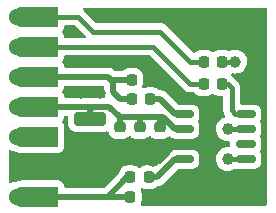
<source format=gtl>
G04 #@! TF.GenerationSoftware,KiCad,Pcbnew,(6.0.8)*
G04 #@! TF.CreationDate,2023-05-27T16:58:20+02:00*
G04 #@! TF.ProjectId,10_Audio_Facile,31305f41-7564-4696-9f5f-466163696c65,rev?*
G04 #@! TF.SameCoordinates,Original*
G04 #@! TF.FileFunction,Copper,L1,Top*
G04 #@! TF.FilePolarity,Positive*
%FSLAX46Y46*%
G04 Gerber Fmt 4.6, Leading zero omitted, Abs format (unit mm)*
G04 Created by KiCad (PCBNEW (6.0.8)) date 2023-05-27 16:58:20*
%MOMM*%
%LPD*%
G01*
G04 APERTURE LIST*
G04 Aperture macros list*
%AMRoundRect*
0 Rectangle with rounded corners*
0 $1 Rounding radius*
0 $2 $3 $4 $5 $6 $7 $8 $9 X,Y pos of 4 corners*
0 Add a 4 corners polygon primitive as box body*
4,1,4,$2,$3,$4,$5,$6,$7,$8,$9,$2,$3,0*
0 Add four circle primitives for the rounded corners*
1,1,$1+$1,$2,$3*
1,1,$1+$1,$4,$5*
1,1,$1+$1,$6,$7*
1,1,$1+$1,$8,$9*
0 Add four rect primitives between the rounded corners*
20,1,$1+$1,$2,$3,$4,$5,0*
20,1,$1+$1,$4,$5,$6,$7,0*
20,1,$1+$1,$6,$7,$8,$9,0*
20,1,$1+$1,$8,$9,$2,$3,0*%
%AMFreePoly0*
4,1,19,2.294749,0.844703,2.473926,0.804652,2.640323,0.727060,2.786177,0.615546,2.904682,0.475314,2.990310,0.312906,3.039066,0.135899,3.048675,-0.047448,3.018688,-0.228582,2.950505,-0.399051,2.847308,-0.550902,2.713909,-0.677050,2.556534,-0.771611,2.382525,-0.830171,2.200000,-0.850000,-0.850000,-0.850000,-0.850000,0.850000,2.200000,0.850000,2.294749,0.844703,2.294749,0.844703,
$1*%
G04 Aperture macros list end*
G04 #@! TA.AperFunction,SMDPad,CuDef*
%ADD10RoundRect,0.250000X1.100000X-0.325000X1.100000X0.325000X-1.100000X0.325000X-1.100000X-0.325000X0*%
G04 #@! TD*
G04 #@! TA.AperFunction,SMDPad,CuDef*
%ADD11RoundRect,0.225000X0.250000X-0.225000X0.250000X0.225000X-0.250000X0.225000X-0.250000X-0.225000X0*%
G04 #@! TD*
G04 #@! TA.AperFunction,SMDPad,CuDef*
%ADD12RoundRect,0.225000X-0.225000X-0.250000X0.225000X-0.250000X0.225000X0.250000X-0.225000X0.250000X0*%
G04 #@! TD*
G04 #@! TA.AperFunction,SMDPad,CuDef*
%ADD13RoundRect,0.225000X0.225000X0.250000X-0.225000X0.250000X-0.225000X-0.250000X0.225000X-0.250000X0*%
G04 #@! TD*
G04 #@! TA.AperFunction,SMDPad,CuDef*
%ADD14RoundRect,0.218750X0.218750X0.256250X-0.218750X0.256250X-0.218750X-0.256250X0.218750X-0.256250X0*%
G04 #@! TD*
G04 #@! TA.AperFunction,SMDPad,CuDef*
%ADD15RoundRect,0.150000X0.675000X0.150000X-0.675000X0.150000X-0.675000X-0.150000X0.675000X-0.150000X0*%
G04 #@! TD*
G04 #@! TA.AperFunction,ComponentPad*
%ADD16FreePoly0,180.000000*%
G04 #@! TD*
G04 #@! TA.AperFunction,ComponentPad*
%ADD17C,1.524000*%
G04 #@! TD*
G04 #@! TA.AperFunction,ViaPad*
%ADD18C,1.000000*%
G04 #@! TD*
G04 #@! TA.AperFunction,Conductor*
%ADD19C,0.400000*%
G04 #@! TD*
G04 #@! TA.AperFunction,Conductor*
%ADD20C,0.500000*%
G04 #@! TD*
G04 APERTURE END LIST*
D10*
X107696000Y-72595000D03*
X107696000Y-69645000D03*
D11*
X110236000Y-71895000D03*
X110236000Y-70345000D03*
X111912400Y-71895000D03*
X111912400Y-70345000D03*
X113588800Y-71895000D03*
X113588800Y-70345000D03*
D12*
X111239000Y-66294000D03*
X112789000Y-66294000D03*
D13*
X118885000Y-64770000D03*
X117335000Y-64770000D03*
X118885000Y-66675000D03*
X117335000Y-66675000D03*
X112662000Y-76200000D03*
X111112000Y-76200000D03*
D14*
X112801500Y-67945000D03*
X111226500Y-67945000D03*
X112674500Y-74549000D03*
X111099500Y-74549000D03*
D15*
X120887400Y-73025000D03*
X120887400Y-71755000D03*
X120887400Y-70485000D03*
X120887400Y-69215000D03*
X115637400Y-69215000D03*
X115637400Y-70485000D03*
X115637400Y-71755000D03*
X115637400Y-73025000D03*
D16*
X104140000Y-68580000D03*
D17*
X101600000Y-68580000D03*
X101600000Y-73660000D03*
D16*
X104140000Y-73660000D03*
X104140000Y-71120000D03*
D17*
X101600000Y-71120000D03*
X101600000Y-63500000D03*
D16*
X104140000Y-63500000D03*
D17*
X101600000Y-60960000D03*
D16*
X104140000Y-60960000D03*
D17*
X101600000Y-76200000D03*
D16*
X104140000Y-76200000D03*
X104140000Y-66040000D03*
D17*
X101600000Y-66040000D03*
D18*
X108331000Y-74168000D03*
X110236000Y-73152000D03*
X106680000Y-74168000D03*
X117983000Y-68326000D03*
X117475000Y-70485000D03*
X121920000Y-66040000D03*
X116840000Y-62865000D03*
X111252000Y-64770000D03*
X106934000Y-67437000D03*
X113030000Y-73152000D03*
X121920000Y-63500000D03*
X114300000Y-76200000D03*
X111379000Y-60960000D03*
X117475000Y-73025000D03*
X121031000Y-67818000D03*
X106172000Y-62230000D03*
X114046000Y-66294000D03*
X118745000Y-76327000D03*
X113665000Y-60960000D03*
X106934000Y-64770000D03*
X108585000Y-67437000D03*
X119380000Y-62865000D03*
X109093000Y-60960000D03*
X115951000Y-60960000D03*
X109093000Y-64770000D03*
X115570000Y-67818000D03*
X120650000Y-60960000D03*
X120650000Y-74930000D03*
X116840000Y-74930000D03*
X118237000Y-60960000D03*
X119380000Y-70485000D03*
X120015000Y-64770000D03*
X119380000Y-73025000D03*
D19*
X121920000Y-66040000D02*
X121920000Y-63500000D01*
X114046000Y-66294000D02*
X115570000Y-67818000D01*
X117475000Y-70485000D02*
X117475000Y-68834000D01*
X117983000Y-68326000D02*
X117094000Y-68326000D01*
X114300000Y-76200000D02*
X116840000Y-76200000D01*
X113588800Y-71895000D02*
X113588800Y-73101200D01*
X120650000Y-74930000D02*
X120650000Y-76200000D01*
X117475000Y-73025000D02*
X117475000Y-74295000D01*
X119380000Y-62230000D02*
X120650000Y-60960000D01*
X112662000Y-76200000D02*
X114300000Y-76200000D01*
X111912400Y-71895000D02*
X111912400Y-73126600D01*
X112522000Y-64770000D02*
X111252000Y-64770000D01*
X110236000Y-73152000D02*
X113538000Y-73152000D01*
X115637400Y-71755000D02*
X114935000Y-71755000D01*
X114046000Y-66294000D02*
X112522000Y-64770000D01*
X118618000Y-76200000D02*
X118745000Y-76327000D01*
X116586000Y-67818000D02*
X115570000Y-67818000D01*
X107696000Y-72595000D02*
X107696000Y-73533000D01*
X121031000Y-66929000D02*
X121920000Y-66040000D01*
X117475000Y-71755000D02*
X117475000Y-73025000D01*
X113588800Y-73101200D02*
X113538000Y-73152000D01*
X120650000Y-76200000D02*
X120523000Y-76327000D01*
X106934000Y-67437000D02*
X108585000Y-67437000D01*
X110236000Y-71895000D02*
X110236000Y-73152000D01*
X106172000Y-73660000D02*
X106680000Y-74168000D01*
X117475000Y-71755000D02*
X117475000Y-68834000D01*
X108331000Y-74168000D02*
X109220000Y-74168000D01*
X116840000Y-76200000D02*
X118618000Y-76200000D01*
X104140000Y-73660000D02*
X106172000Y-73660000D01*
X117475000Y-74295000D02*
X116840000Y-74930000D01*
X112789000Y-66294000D02*
X114046000Y-66294000D01*
X114935000Y-71755000D02*
X113538000Y-73152000D01*
X121920000Y-63500000D02*
X121920000Y-62230000D01*
X116840000Y-62865000D02*
X119380000Y-62865000D01*
X121920000Y-62230000D02*
X120650000Y-60960000D01*
X109093000Y-60960000D02*
X120650000Y-60960000D01*
X108331000Y-74168000D02*
X106680000Y-74168000D01*
X119380000Y-62865000D02*
X119380000Y-62230000D01*
X117094000Y-68326000D02*
X116586000Y-67818000D01*
X120523000Y-76327000D02*
X118745000Y-76327000D01*
X116840000Y-74930000D02*
X116840000Y-76200000D01*
X109220000Y-74168000D02*
X110236000Y-73152000D01*
X117475000Y-68834000D02*
X117983000Y-68326000D01*
X107696000Y-73533000D02*
X108331000Y-74168000D01*
X121031000Y-67818000D02*
X121031000Y-66929000D01*
X106934000Y-64770000D02*
X111252000Y-64770000D01*
X115637400Y-71755000D02*
X117475000Y-71755000D01*
D20*
X111912400Y-69570600D02*
X112014000Y-69469000D01*
X107950000Y-68580000D02*
X109347000Y-68580000D01*
X113538000Y-69469000D02*
X113588800Y-69519800D01*
X107696000Y-69632500D02*
X107696000Y-68834000D01*
X110236000Y-69469000D02*
X112014000Y-69469000D01*
X110236000Y-70345000D02*
X110236000Y-69469000D01*
X110236000Y-69469000D02*
X109347000Y-68580000D01*
X107696000Y-68834000D02*
X107950000Y-68580000D01*
X111912400Y-70345000D02*
X111912400Y-69570600D01*
X113919000Y-69469000D02*
X113538000Y-69469000D01*
X112014000Y-69469000D02*
X113538000Y-69469000D01*
X115637400Y-70485000D02*
X114935000Y-70485000D01*
X114935000Y-70485000D02*
X113919000Y-69469000D01*
X113588800Y-69519800D02*
X113588800Y-70345000D01*
X104140000Y-68580000D02*
X107950000Y-68580000D01*
X110270000Y-67945000D02*
X109635000Y-67310000D01*
X111239000Y-66294000D02*
X109474000Y-66294000D01*
X109474000Y-66294000D02*
X109220000Y-66040000D01*
X111226500Y-67945000D02*
X110270000Y-67945000D01*
X109474000Y-66294000D02*
X109635000Y-66455000D01*
X104140000Y-66040000D02*
X109220000Y-66040000D01*
X109635000Y-66455000D02*
X109635000Y-67310000D01*
D19*
X120887400Y-70485000D02*
X119380000Y-70485000D01*
X118885000Y-64770000D02*
X120015000Y-64770000D01*
X120015000Y-69215000D02*
X119697500Y-68897500D01*
X120887400Y-69215000D02*
X120015000Y-69215000D01*
X119697500Y-66992500D02*
X119380000Y-66675000D01*
X119380000Y-66675000D02*
X118885000Y-66675000D01*
X119697500Y-68897500D02*
X119697500Y-66992500D01*
X107950000Y-62230000D02*
X106680000Y-60960000D01*
X113665000Y-62230000D02*
X107950000Y-62230000D01*
X117335000Y-64770000D02*
X116205000Y-64770000D01*
X106680000Y-60960000D02*
X104140000Y-60960000D01*
X116205000Y-64770000D02*
X113665000Y-62230000D01*
D20*
X109220000Y-76200000D02*
X111112000Y-76200000D01*
X111099500Y-74549000D02*
X110871000Y-74549000D01*
X110871000Y-74549000D02*
X109220000Y-76200000D01*
X104140000Y-76200000D02*
X109220000Y-76200000D01*
X113665000Y-67945000D02*
X112801500Y-67945000D01*
X115637400Y-69215000D02*
X114935000Y-69215000D01*
X114935000Y-69215000D02*
X113665000Y-67945000D01*
X112674500Y-74549000D02*
X113411000Y-74549000D01*
X114935000Y-73025000D02*
X115637400Y-73025000D01*
X113411000Y-74549000D02*
X114935000Y-73025000D01*
D19*
X120887400Y-73025000D02*
X119380000Y-73025000D01*
X116205000Y-66675000D02*
X113030000Y-63500000D01*
X113030000Y-63500000D02*
X112395000Y-63500000D01*
X104140000Y-63500000D02*
X112395000Y-63500000D01*
X117335000Y-66675000D02*
X116205000Y-66675000D01*
G04 #@! TA.AperFunction,Conductor*
G36*
X122623621Y-60218502D02*
G01*
X122670114Y-60272158D01*
X122681500Y-60324500D01*
X122681500Y-76835500D01*
X122661498Y-76903621D01*
X122607842Y-76950114D01*
X122555500Y-76961500D01*
X112109073Y-76961500D01*
X112040952Y-76941498D01*
X111994459Y-76887842D01*
X111984355Y-76817568D01*
X111999728Y-76775136D01*
X111999367Y-76774968D01*
X112001259Y-76770910D01*
X112001811Y-76769387D01*
X112002462Y-76768332D01*
X112002465Y-76768326D01*
X112006302Y-76762101D01*
X112060149Y-76599757D01*
X112070500Y-76498732D01*
X112070500Y-75901268D01*
X112059887Y-75798981D01*
X112005756Y-75636732D01*
X112008137Y-75635938D01*
X111999157Y-75577485D01*
X112028027Y-75512623D01*
X112087380Y-75473666D01*
X112163710Y-75474621D01*
X112300738Y-75520072D01*
X112300740Y-75520072D01*
X112307269Y-75522238D01*
X112407428Y-75532500D01*
X112941572Y-75532500D01*
X112944818Y-75532163D01*
X112944822Y-75532163D01*
X112978603Y-75528658D01*
X113042982Y-75521978D01*
X113203849Y-75468308D01*
X113348055Y-75379071D01*
X113356663Y-75370448D01*
X113383789Y-75343275D01*
X113446072Y-75309196D01*
X113458355Y-75307143D01*
X113483543Y-75304207D01*
X113487882Y-75303778D01*
X113553339Y-75298454D01*
X113553342Y-75298453D01*
X113560637Y-75297860D01*
X113567601Y-75295604D01*
X113573560Y-75294413D01*
X113579415Y-75293029D01*
X113586681Y-75292182D01*
X113655327Y-75267265D01*
X113659455Y-75265848D01*
X113721936Y-75245607D01*
X113721938Y-75245606D01*
X113728899Y-75243351D01*
X113735154Y-75239555D01*
X113740628Y-75237049D01*
X113746058Y-75234330D01*
X113752937Y-75231833D01*
X113813976Y-75191814D01*
X113817680Y-75189477D01*
X113880107Y-75151595D01*
X113888484Y-75144197D01*
X113888508Y-75144224D01*
X113891500Y-75141571D01*
X113894733Y-75138868D01*
X113900852Y-75134856D01*
X113954128Y-75078617D01*
X113956506Y-75076175D01*
X115162276Y-73870405D01*
X115224588Y-73836379D01*
X115251371Y-73833500D01*
X116378902Y-73833500D01*
X116381350Y-73833307D01*
X116381358Y-73833307D01*
X116409821Y-73831067D01*
X116409826Y-73831066D01*
X116416231Y-73830562D01*
X116516169Y-73801528D01*
X116568388Y-73786357D01*
X116568390Y-73786356D01*
X116576001Y-73784145D01*
X116644214Y-73743804D01*
X116712380Y-73703491D01*
X116712383Y-73703489D01*
X116719207Y-73699453D01*
X116836853Y-73581807D01*
X116840889Y-73574983D01*
X116840891Y-73574980D01*
X116917508Y-73445427D01*
X116921545Y-73438601D01*
X116967962Y-73278831D01*
X116970900Y-73241502D01*
X116970900Y-72808498D01*
X116967962Y-72771169D01*
X116921545Y-72611399D01*
X116904507Y-72582589D01*
X116840891Y-72475020D01*
X116840889Y-72475017D01*
X116836853Y-72468193D01*
X116719207Y-72350547D01*
X116712383Y-72346511D01*
X116712380Y-72346509D01*
X116582827Y-72269892D01*
X116582828Y-72269892D01*
X116576001Y-72265855D01*
X116568390Y-72263644D01*
X116568388Y-72263643D01*
X116485440Y-72239545D01*
X116416231Y-72219438D01*
X116409826Y-72218934D01*
X116409821Y-72218933D01*
X116381358Y-72216693D01*
X116381350Y-72216693D01*
X116378902Y-72216500D01*
X114895898Y-72216500D01*
X114893450Y-72216693D01*
X114893442Y-72216693D01*
X114864979Y-72218933D01*
X114864974Y-72218934D01*
X114858569Y-72219438D01*
X114789360Y-72239545D01*
X114706412Y-72263643D01*
X114706410Y-72263644D01*
X114698799Y-72265855D01*
X114691972Y-72269892D01*
X114691973Y-72269892D01*
X114562420Y-72346509D01*
X114562417Y-72346511D01*
X114555593Y-72350547D01*
X114522018Y-72384122D01*
X114498288Y-72402746D01*
X114470690Y-72419493D01*
X114470686Y-72419496D01*
X114465892Y-72422405D01*
X114457516Y-72429803D01*
X114457493Y-72429777D01*
X114454503Y-72432426D01*
X114451264Y-72435134D01*
X114445148Y-72439144D01*
X114440121Y-72444451D01*
X114440117Y-72444454D01*
X114391872Y-72495383D01*
X114389494Y-72497825D01*
X113299324Y-73587995D01*
X113237012Y-73622021D01*
X113170562Y-73618493D01*
X113048265Y-73577929D01*
X113048263Y-73577929D01*
X113041731Y-73575762D01*
X112941572Y-73565500D01*
X112407428Y-73565500D01*
X112404182Y-73565837D01*
X112404178Y-73565837D01*
X112370397Y-73569342D01*
X112306018Y-73576022D01*
X112145151Y-73629692D01*
X112000945Y-73718929D01*
X111976113Y-73743805D01*
X111913832Y-73777884D01*
X111843012Y-73772882D01*
X111797922Y-73743960D01*
X111777233Y-73723307D01*
X111772053Y-73718136D01*
X111741744Y-73699453D01*
X111732644Y-73693844D01*
X111627692Y-73629151D01*
X111606196Y-73622021D01*
X111473262Y-73577928D01*
X111473260Y-73577928D01*
X111466731Y-73575762D01*
X111366572Y-73565500D01*
X110832428Y-73565500D01*
X110829182Y-73565837D01*
X110829178Y-73565837D01*
X110795397Y-73569342D01*
X110731018Y-73576022D01*
X110570151Y-73629692D01*
X110425945Y-73718929D01*
X110306136Y-73838947D01*
X110217151Y-73983308D01*
X110214846Y-73990256D01*
X110214846Y-73990257D01*
X110204541Y-74021326D01*
X110163762Y-74144269D01*
X110163062Y-74151106D01*
X110161813Y-74156929D01*
X110127708Y-74219611D01*
X108942724Y-75404595D01*
X108880412Y-75438621D01*
X108853629Y-75441500D01*
X105627583Y-75441500D01*
X105559462Y-75421498D01*
X105512969Y-75367842D01*
X105501904Y-75324488D01*
X105500833Y-75309502D01*
X105498500Y-75276889D01*
X105473166Y-75190610D01*
X105459843Y-75145235D01*
X105459842Y-75145233D01*
X105457304Y-75136589D01*
X105430905Y-75095512D01*
X105383122Y-75021159D01*
X105383120Y-75021156D01*
X105378250Y-75013579D01*
X105367060Y-75003883D01*
X105274555Y-74923726D01*
X105274552Y-74923724D01*
X105267743Y-74917824D01*
X105134734Y-74857081D01*
X104990000Y-74836271D01*
X101893863Y-74836271D01*
X101892190Y-74836362D01*
X101892176Y-74836362D01*
X101868751Y-74837631D01*
X101838382Y-74839276D01*
X101748069Y-74849087D01*
X101704304Y-74853841D01*
X101704301Y-74853842D01*
X101700918Y-74854209D01*
X101697594Y-74854940D01*
X101697593Y-74854940D01*
X101595873Y-74877304D01*
X101595866Y-74877306D01*
X101592541Y-74878037D01*
X101417505Y-74936943D01*
X101417266Y-74936233D01*
X101387899Y-74943203D01*
X101378537Y-74944022D01*
X101234949Y-74982497D01*
X101169114Y-75000137D01*
X101169112Y-75000138D01*
X101163804Y-75001560D01*
X101158823Y-75003882D01*
X101158822Y-75003883D01*
X101017750Y-75069666D01*
X100947558Y-75080327D01*
X100882746Y-75051347D01*
X100843889Y-74991927D01*
X100838500Y-74955471D01*
X100838500Y-72364529D01*
X100858502Y-72296408D01*
X100912158Y-72249915D01*
X100982432Y-72239811D01*
X101017750Y-72250334D01*
X101134935Y-72304978D01*
X101163804Y-72318440D01*
X101169112Y-72319862D01*
X101169114Y-72319863D01*
X101212604Y-72331516D01*
X101378537Y-72375978D01*
X101384019Y-72376458D01*
X101384027Y-72376459D01*
X101390916Y-72377062D01*
X101433182Y-72388387D01*
X101447349Y-72394993D01*
X101552393Y-72430753D01*
X101555712Y-72431495D01*
X101555716Y-72431496D01*
X101628420Y-72447747D01*
X101732627Y-72471040D01*
X101816011Y-72482611D01*
X101821680Y-72482928D01*
X101850362Y-72483729D01*
X104990000Y-72483729D01*
X105021986Y-72481441D01*
X105056373Y-72478982D01*
X105056374Y-72478982D01*
X105063111Y-72478500D01*
X105167846Y-72447747D01*
X105194765Y-72439843D01*
X105194767Y-72439842D01*
X105203411Y-72437304D01*
X105259685Y-72401139D01*
X105318841Y-72363122D01*
X105318844Y-72363120D01*
X105326421Y-72358250D01*
X105362930Y-72316117D01*
X105416274Y-72254555D01*
X105416276Y-72254552D01*
X105422176Y-72247743D01*
X105482919Y-72114734D01*
X105503729Y-71970000D01*
X105503729Y-71197581D01*
X105503925Y-71190548D01*
X105506514Y-71144243D01*
X105506514Y-71144238D01*
X105506704Y-71140840D01*
X105503902Y-71087377D01*
X105503729Y-71080782D01*
X105503729Y-70270000D01*
X105498500Y-70196889D01*
X105467601Y-70091656D01*
X105459843Y-70065235D01*
X105459842Y-70065233D01*
X105457304Y-70056589D01*
X105430905Y-70015512D01*
X105383122Y-69941159D01*
X105383120Y-69941156D01*
X105378250Y-69933579D01*
X105372676Y-69928749D01*
X105343525Y-69864922D01*
X105353627Y-69794647D01*
X105373018Y-69764474D01*
X105416274Y-69714555D01*
X105416276Y-69714552D01*
X105422176Y-69707743D01*
X105482919Y-69574734D01*
X105498769Y-69464500D01*
X105501347Y-69446568D01*
X105530840Y-69381987D01*
X105590566Y-69343604D01*
X105626064Y-69338500D01*
X105711500Y-69338500D01*
X105779621Y-69358502D01*
X105826114Y-69412158D01*
X105837500Y-69464500D01*
X105837500Y-70020400D01*
X105837837Y-70023646D01*
X105837837Y-70023650D01*
X105845989Y-70102214D01*
X105848474Y-70126166D01*
X105904450Y-70293946D01*
X105997522Y-70444348D01*
X106122697Y-70569305D01*
X106128927Y-70573145D01*
X106128928Y-70573146D01*
X106139274Y-70579523D01*
X106273262Y-70662115D01*
X106353005Y-70688564D01*
X106434611Y-70715632D01*
X106434613Y-70715632D01*
X106441139Y-70717797D01*
X106447975Y-70718497D01*
X106447978Y-70718498D01*
X106491031Y-70722909D01*
X106545600Y-70728500D01*
X108846400Y-70728500D01*
X108849646Y-70728163D01*
X108849650Y-70728163D01*
X108945308Y-70718238D01*
X108945312Y-70718237D01*
X108952166Y-70717526D01*
X108958702Y-70715345D01*
X108958704Y-70715345D01*
X109048243Y-70685472D01*
X109111398Y-70664402D01*
X109182346Y-70661818D01*
X109243430Y-70698001D01*
X109270796Y-70744049D01*
X109310660Y-70863535D01*
X109317244Y-70883268D01*
X109407248Y-71028713D01*
X109528298Y-71149552D01*
X109534528Y-71153392D01*
X109534529Y-71153393D01*
X109618287Y-71205022D01*
X109673899Y-71239302D01*
X109836243Y-71293149D01*
X109843080Y-71293849D01*
X109843082Y-71293850D01*
X109884401Y-71298083D01*
X109937268Y-71303500D01*
X110534732Y-71303500D01*
X110537978Y-71303163D01*
X110537982Y-71303163D01*
X110572083Y-71299625D01*
X110637019Y-71292887D01*
X110671737Y-71281304D01*
X110792324Y-71241073D01*
X110792326Y-71241072D01*
X110799268Y-71238756D01*
X110866382Y-71197225D01*
X110938485Y-71152606D01*
X110944713Y-71148752D01*
X110985061Y-71108333D01*
X111047343Y-71074254D01*
X111118163Y-71079257D01*
X111163251Y-71108178D01*
X111204698Y-71149552D01*
X111210928Y-71153392D01*
X111210929Y-71153393D01*
X111294687Y-71205022D01*
X111350299Y-71239302D01*
X111512643Y-71293149D01*
X111519480Y-71293849D01*
X111519482Y-71293850D01*
X111560801Y-71298083D01*
X111613668Y-71303500D01*
X112211132Y-71303500D01*
X112214378Y-71303163D01*
X112214382Y-71303163D01*
X112248483Y-71299625D01*
X112313419Y-71292887D01*
X112348137Y-71281304D01*
X112468724Y-71241073D01*
X112468726Y-71241072D01*
X112475668Y-71238756D01*
X112542782Y-71197225D01*
X112614885Y-71152606D01*
X112621113Y-71148752D01*
X112661461Y-71108333D01*
X112723743Y-71074254D01*
X112794563Y-71079257D01*
X112839651Y-71108178D01*
X112881098Y-71149552D01*
X112887328Y-71153392D01*
X112887329Y-71153393D01*
X112971087Y-71205022D01*
X113026699Y-71239302D01*
X113189043Y-71293149D01*
X113195880Y-71293849D01*
X113195882Y-71293850D01*
X113237201Y-71298083D01*
X113290068Y-71303500D01*
X113887532Y-71303500D01*
X113890778Y-71303163D01*
X113890782Y-71303163D01*
X113924883Y-71299625D01*
X113989819Y-71292887D01*
X114024537Y-71281304D01*
X114145124Y-71241073D01*
X114145126Y-71241072D01*
X114152068Y-71238756D01*
X114219182Y-71197225D01*
X114291285Y-71152606D01*
X114297513Y-71148752D01*
X114328820Y-71117391D01*
X114391102Y-71083311D01*
X114461922Y-71088314D01*
X114499572Y-71110383D01*
X114505701Y-71115590D01*
X114505707Y-71115594D01*
X114511285Y-71120333D01*
X114515641Y-71122557D01*
X114532618Y-71136478D01*
X114555593Y-71159453D01*
X114562417Y-71163489D01*
X114562420Y-71163491D01*
X114669989Y-71227107D01*
X114698799Y-71244145D01*
X114706410Y-71246356D01*
X114706412Y-71246357D01*
X114758631Y-71261528D01*
X114858569Y-71290562D01*
X114864974Y-71291066D01*
X114864979Y-71291067D01*
X114893442Y-71293307D01*
X114893450Y-71293307D01*
X114895898Y-71293500D01*
X116378902Y-71293500D01*
X116381350Y-71293307D01*
X116381358Y-71293307D01*
X116409821Y-71291067D01*
X116409826Y-71291066D01*
X116416231Y-71290562D01*
X116516169Y-71261528D01*
X116568388Y-71246357D01*
X116568390Y-71246356D01*
X116576001Y-71244145D01*
X116604811Y-71227107D01*
X116712380Y-71163491D01*
X116712383Y-71163489D01*
X116719207Y-71159453D01*
X116836853Y-71041807D01*
X116840889Y-71034983D01*
X116840891Y-71034980D01*
X116917508Y-70905427D01*
X116921545Y-70898601D01*
X116967962Y-70738831D01*
X116968776Y-70728500D01*
X116970707Y-70703958D01*
X116970707Y-70703950D01*
X116970900Y-70701502D01*
X116970900Y-70268498D01*
X116967962Y-70231169D01*
X116935464Y-70119308D01*
X116923757Y-70079012D01*
X116923756Y-70079010D01*
X116921545Y-70071399D01*
X116836853Y-69928193D01*
X116834171Y-69925511D01*
X116808898Y-69861139D01*
X116822800Y-69791516D01*
X116832972Y-69775688D01*
X116836853Y-69771807D01*
X116921545Y-69628601D01*
X116930498Y-69597786D01*
X116939787Y-69565811D01*
X116967962Y-69468831D01*
X116969715Y-69446568D01*
X116970707Y-69433958D01*
X116970707Y-69433950D01*
X116970900Y-69431502D01*
X116970900Y-68998498D01*
X116967962Y-68961169D01*
X116921545Y-68801399D01*
X116904507Y-68772589D01*
X116840891Y-68665020D01*
X116840889Y-68665017D01*
X116836853Y-68658193D01*
X116719207Y-68540547D01*
X116712383Y-68536511D01*
X116712380Y-68536509D01*
X116582827Y-68459892D01*
X116582828Y-68459892D01*
X116576001Y-68455855D01*
X116568390Y-68453644D01*
X116568388Y-68453643D01*
X116516169Y-68438472D01*
X116416231Y-68409438D01*
X116409826Y-68408934D01*
X116409821Y-68408933D01*
X116381358Y-68406693D01*
X116381350Y-68406693D01*
X116378902Y-68406500D01*
X115251371Y-68406500D01*
X115183250Y-68386498D01*
X115162276Y-68369595D01*
X114248770Y-67456089D01*
X114236384Y-67441677D01*
X114227851Y-67430082D01*
X114227846Y-67430077D01*
X114223508Y-67424182D01*
X114217930Y-67419443D01*
X114217927Y-67419440D01*
X114183232Y-67389965D01*
X114175716Y-67383035D01*
X114170021Y-67377340D01*
X114156044Y-67366282D01*
X114147749Y-67359719D01*
X114144345Y-67356928D01*
X114094297Y-67314409D01*
X114094295Y-67314408D01*
X114088715Y-67309667D01*
X114082199Y-67306339D01*
X114077150Y-67302972D01*
X114072021Y-67299805D01*
X114066284Y-67295266D01*
X114000125Y-67264345D01*
X113996225Y-67262439D01*
X113931192Y-67229231D01*
X113924084Y-67227492D01*
X113918441Y-67225393D01*
X113912678Y-67223476D01*
X113906050Y-67220378D01*
X113834583Y-67205513D01*
X113830299Y-67204543D01*
X113759390Y-67187192D01*
X113753788Y-67186844D01*
X113753785Y-67186844D01*
X113748236Y-67186500D01*
X113748238Y-67186464D01*
X113744245Y-67186225D01*
X113740053Y-67185851D01*
X113732885Y-67184360D01*
X113666675Y-67186151D01*
X113655479Y-67186454D01*
X113652072Y-67186500D01*
X113598670Y-67186500D01*
X113530549Y-67166498D01*
X113509652Y-67149673D01*
X113479233Y-67119307D01*
X113474053Y-67114136D01*
X113329692Y-67025151D01*
X113318465Y-67021427D01*
X113175262Y-66973928D01*
X113175260Y-66973928D01*
X113168731Y-66971762D01*
X113068572Y-66961500D01*
X112534428Y-66961500D01*
X112531182Y-66961837D01*
X112531178Y-66961837D01*
X112497397Y-66965342D01*
X112433018Y-66972022D01*
X112290827Y-67019461D01*
X112219878Y-67022046D01*
X112158794Y-66985863D01*
X112126969Y-66922399D01*
X112135444Y-66856812D01*
X112133302Y-66856101D01*
X112184984Y-66700284D01*
X112187149Y-66693757D01*
X112197500Y-66592732D01*
X112197500Y-65995268D01*
X112186887Y-65892981D01*
X112150247Y-65783158D01*
X112135073Y-65737676D01*
X112135072Y-65737674D01*
X112132756Y-65730732D01*
X112123923Y-65716457D01*
X112046606Y-65591515D01*
X112042752Y-65585287D01*
X111921702Y-65464448D01*
X111901391Y-65451928D01*
X111782331Y-65378538D01*
X111782329Y-65378537D01*
X111776101Y-65374698D01*
X111613757Y-65320851D01*
X111606920Y-65320151D01*
X111606918Y-65320150D01*
X111560341Y-65315378D01*
X111512732Y-65310500D01*
X110965268Y-65310500D01*
X110962022Y-65310837D01*
X110962018Y-65310837D01*
X110932615Y-65313888D01*
X110862981Y-65321113D01*
X110856440Y-65323295D01*
X110856441Y-65323295D01*
X110707676Y-65372927D01*
X110707674Y-65372928D01*
X110700732Y-65375244D01*
X110694508Y-65379096D01*
X110694507Y-65379096D01*
X110664004Y-65397972D01*
X110555287Y-65465248D01*
X110538908Y-65481656D01*
X110522075Y-65498518D01*
X110459793Y-65532597D01*
X110432902Y-65535500D01*
X109844012Y-65535500D01*
X109775891Y-65515498D01*
X109762440Y-65505531D01*
X109738219Y-65484954D01*
X109730716Y-65478035D01*
X109725021Y-65472340D01*
X109715046Y-65464448D01*
X109702749Y-65454719D01*
X109699345Y-65451928D01*
X109649297Y-65409409D01*
X109649295Y-65409408D01*
X109643715Y-65404667D01*
X109637199Y-65401339D01*
X109632150Y-65397972D01*
X109627021Y-65394805D01*
X109621284Y-65390266D01*
X109555125Y-65359345D01*
X109551225Y-65357439D01*
X109544774Y-65354145D01*
X109486192Y-65324231D01*
X109479084Y-65322492D01*
X109473441Y-65320393D01*
X109467678Y-65318476D01*
X109461050Y-65315378D01*
X109439219Y-65310837D01*
X109389588Y-65300514D01*
X109385299Y-65299543D01*
X109314390Y-65282192D01*
X109308788Y-65281844D01*
X109308785Y-65281844D01*
X109303236Y-65281500D01*
X109303238Y-65281464D01*
X109299245Y-65281225D01*
X109295053Y-65280851D01*
X109287885Y-65279360D01*
X109221675Y-65281151D01*
X109210479Y-65281454D01*
X109207072Y-65281500D01*
X105627583Y-65281500D01*
X105559462Y-65261498D01*
X105512969Y-65207842D01*
X105501904Y-65164488D01*
X105498982Y-65123628D01*
X105498500Y-65116889D01*
X105470701Y-65022214D01*
X105459843Y-64985235D01*
X105459842Y-64985233D01*
X105457304Y-64976589D01*
X105430905Y-64935512D01*
X105383122Y-64861159D01*
X105383120Y-64861156D01*
X105378250Y-64853579D01*
X105372676Y-64848749D01*
X105343525Y-64784922D01*
X105353627Y-64714647D01*
X105373018Y-64684474D01*
X105416274Y-64634555D01*
X105416276Y-64634552D01*
X105422176Y-64627743D01*
X105482919Y-64494734D01*
X105503729Y-64350000D01*
X105503729Y-64334500D01*
X105523731Y-64266379D01*
X105577387Y-64219886D01*
X105629729Y-64208500D01*
X112684340Y-64208500D01*
X112752461Y-64228502D01*
X112773435Y-64245405D01*
X115683550Y-67155520D01*
X115689404Y-67161785D01*
X115727439Y-67205385D01*
X115779719Y-67242128D01*
X115785014Y-67246061D01*
X115835282Y-67285476D01*
X115842198Y-67288599D01*
X115844484Y-67289983D01*
X115859165Y-67298357D01*
X115861525Y-67299622D01*
X115867739Y-67303990D01*
X115874818Y-67306750D01*
X115874820Y-67306751D01*
X115927275Y-67327202D01*
X115933344Y-67329753D01*
X115991573Y-67356045D01*
X115999046Y-67357430D01*
X116001612Y-67358234D01*
X116017835Y-67362855D01*
X116020427Y-67363520D01*
X116027509Y-67366282D01*
X116035044Y-67367274D01*
X116090861Y-67374622D01*
X116097377Y-67375654D01*
X116106474Y-67377340D01*
X116160186Y-67387295D01*
X116167766Y-67386858D01*
X116167767Y-67386858D01*
X116222380Y-67383709D01*
X116229633Y-67383500D01*
X116478908Y-67383500D01*
X116547029Y-67403502D01*
X116567926Y-67420327D01*
X116652298Y-67504552D01*
X116658528Y-67508392D01*
X116658529Y-67508393D01*
X116745843Y-67562214D01*
X116797899Y-67594302D01*
X116960243Y-67648149D01*
X116967080Y-67648849D01*
X116967082Y-67648850D01*
X117007823Y-67653024D01*
X117061268Y-67658500D01*
X117608732Y-67658500D01*
X117611978Y-67658163D01*
X117611982Y-67658163D01*
X117646083Y-67654625D01*
X117711019Y-67647887D01*
X117770930Y-67627899D01*
X117866324Y-67596073D01*
X117866326Y-67596072D01*
X117873268Y-67593756D01*
X117879493Y-67589904D01*
X118012487Y-67507605D01*
X118012488Y-67507604D01*
X118018713Y-67503752D01*
X118023886Y-67498570D01*
X118029620Y-67494025D01*
X118031142Y-67495945D01*
X118083206Y-67467455D01*
X118154026Y-67472456D01*
X118190552Y-67495882D01*
X118191372Y-67494843D01*
X118197118Y-67499381D01*
X118202298Y-67504552D01*
X118208528Y-67508392D01*
X118208529Y-67508393D01*
X118295843Y-67562214D01*
X118347899Y-67594302D01*
X118510243Y-67648149D01*
X118517080Y-67648849D01*
X118517082Y-67648850D01*
X118557823Y-67653024D01*
X118611268Y-67658500D01*
X118863000Y-67658500D01*
X118931121Y-67678502D01*
X118977614Y-67732158D01*
X118989000Y-67784500D01*
X118989000Y-68868588D01*
X118988708Y-68877158D01*
X118984775Y-68934852D01*
X118986080Y-68942329D01*
X118986080Y-68942330D01*
X118995761Y-68997799D01*
X118996723Y-69004321D01*
X119004398Y-69067742D01*
X119007081Y-69074843D01*
X119007722Y-69077452D01*
X119012185Y-69093762D01*
X119012950Y-69096298D01*
X119014257Y-69103784D01*
X119017311Y-69110741D01*
X119039942Y-69162295D01*
X119042433Y-69168399D01*
X119065013Y-69228156D01*
X119069317Y-69234419D01*
X119070554Y-69236785D01*
X119078799Y-69251597D01*
X119080132Y-69253851D01*
X119083185Y-69260805D01*
X119087807Y-69266828D01*
X119122079Y-69311491D01*
X119125961Y-69316835D01*
X119137091Y-69333031D01*
X119159188Y-69400502D01*
X119141299Y-69469208D01*
X119089105Y-69517335D01*
X119068822Y-69525267D01*
X119000381Y-69545410D01*
X118994923Y-69548263D01*
X118994919Y-69548265D01*
X118928608Y-69582932D01*
X118825110Y-69637040D01*
X118670975Y-69760968D01*
X118543846Y-69912474D01*
X118540879Y-69917872D01*
X118540875Y-69917877D01*
X118482727Y-70023650D01*
X118448567Y-70085787D01*
X118446706Y-70091654D01*
X118446705Y-70091656D01*
X118390845Y-70267750D01*
X118388765Y-70274306D01*
X118366719Y-70470851D01*
X118367235Y-70476995D01*
X118379137Y-70618732D01*
X118383268Y-70667934D01*
X118437783Y-70858050D01*
X118528187Y-71033956D01*
X118651035Y-71188953D01*
X118655728Y-71192947D01*
X118655729Y-71192948D01*
X118785628Y-71303500D01*
X118801650Y-71317136D01*
X118974294Y-71413624D01*
X119162392Y-71474740D01*
X119358777Y-71498158D01*
X119364912Y-71497686D01*
X119364914Y-71497686D01*
X119418233Y-71493583D01*
X119487688Y-71508300D01*
X119538160Y-71558231D01*
X119553900Y-71619212D01*
X119553900Y-71889242D01*
X119533898Y-71957363D01*
X119480242Y-72003856D01*
X119414730Y-72014552D01*
X119387075Y-72011645D01*
X119304576Y-72019153D01*
X119196251Y-72029011D01*
X119196248Y-72029012D01*
X119190112Y-72029570D01*
X119184206Y-72031308D01*
X119184202Y-72031309D01*
X119079076Y-72062249D01*
X119000381Y-72085410D01*
X118994923Y-72088263D01*
X118994919Y-72088265D01*
X118928608Y-72122932D01*
X118825110Y-72177040D01*
X118670975Y-72300968D01*
X118543846Y-72452474D01*
X118540879Y-72457872D01*
X118540875Y-72457877D01*
X118518914Y-72497825D01*
X118448567Y-72625787D01*
X118446706Y-72631654D01*
X118446705Y-72631656D01*
X118390627Y-72808436D01*
X118388765Y-72814306D01*
X118366719Y-73010851D01*
X118383268Y-73207934D01*
X118437783Y-73398050D01*
X118528187Y-73573956D01*
X118651035Y-73728953D01*
X118655728Y-73732947D01*
X118655729Y-73732948D01*
X118786836Y-73844528D01*
X118801650Y-73857136D01*
X118974294Y-73953624D01*
X119162392Y-74014740D01*
X119358777Y-74038158D01*
X119364912Y-74037686D01*
X119364914Y-74037686D01*
X119549830Y-74023457D01*
X119549834Y-74023456D01*
X119555972Y-74022984D01*
X119746463Y-73969798D01*
X119751967Y-73967018D01*
X119751969Y-73967017D01*
X119917495Y-73883404D01*
X119917497Y-73883403D01*
X119922996Y-73880625D01*
X119969198Y-73844528D01*
X120035192Y-73818351D01*
X120081925Y-73822821D01*
X120108569Y-73830562D01*
X120114974Y-73831066D01*
X120114979Y-73831067D01*
X120143442Y-73833307D01*
X120143450Y-73833307D01*
X120145898Y-73833500D01*
X121628902Y-73833500D01*
X121631350Y-73833307D01*
X121631358Y-73833307D01*
X121659821Y-73831067D01*
X121659826Y-73831066D01*
X121666231Y-73830562D01*
X121766169Y-73801528D01*
X121818388Y-73786357D01*
X121818390Y-73786356D01*
X121826001Y-73784145D01*
X121894214Y-73743804D01*
X121962380Y-73703491D01*
X121962383Y-73703489D01*
X121969207Y-73699453D01*
X122086853Y-73581807D01*
X122090889Y-73574983D01*
X122090891Y-73574980D01*
X122167508Y-73445427D01*
X122171545Y-73438601D01*
X122217962Y-73278831D01*
X122220900Y-73241502D01*
X122220900Y-72808498D01*
X122217962Y-72771169D01*
X122171545Y-72611399D01*
X122086853Y-72468193D01*
X122084171Y-72465511D01*
X122058898Y-72401139D01*
X122072800Y-72331516D01*
X122082972Y-72315688D01*
X122086853Y-72311807D01*
X122171545Y-72168601D01*
X122180498Y-72137786D01*
X122189787Y-72105811D01*
X122217962Y-72008831D01*
X122220900Y-71971502D01*
X122220900Y-71538498D01*
X122220707Y-71536042D01*
X122218467Y-71507579D01*
X122218466Y-71507574D01*
X122217962Y-71501169D01*
X122171545Y-71341399D01*
X122086853Y-71198193D01*
X122084171Y-71195511D01*
X122058898Y-71131139D01*
X122072800Y-71061516D01*
X122082972Y-71045688D01*
X122086853Y-71041807D01*
X122171545Y-70898601D01*
X122217962Y-70738831D01*
X122218776Y-70728500D01*
X122220707Y-70703958D01*
X122220707Y-70703950D01*
X122220900Y-70701502D01*
X122220900Y-70268498D01*
X122217962Y-70231169D01*
X122185464Y-70119308D01*
X122173757Y-70079012D01*
X122173756Y-70079010D01*
X122171545Y-70071399D01*
X122086853Y-69928193D01*
X122084171Y-69925511D01*
X122058898Y-69861139D01*
X122072800Y-69791516D01*
X122082972Y-69775688D01*
X122086853Y-69771807D01*
X122171545Y-69628601D01*
X122180498Y-69597786D01*
X122189787Y-69565811D01*
X122217962Y-69468831D01*
X122219715Y-69446568D01*
X122220707Y-69433958D01*
X122220707Y-69433950D01*
X122220900Y-69431502D01*
X122220900Y-68998498D01*
X122217962Y-68961169D01*
X122171545Y-68801399D01*
X122154507Y-68772589D01*
X122090891Y-68665020D01*
X122090889Y-68665017D01*
X122086853Y-68658193D01*
X121969207Y-68540547D01*
X121962383Y-68536511D01*
X121962380Y-68536509D01*
X121832827Y-68459892D01*
X121832828Y-68459892D01*
X121826001Y-68455855D01*
X121818390Y-68453644D01*
X121818388Y-68453643D01*
X121766169Y-68438472D01*
X121666231Y-68409438D01*
X121659826Y-68408934D01*
X121659821Y-68408933D01*
X121631358Y-68406693D01*
X121631350Y-68406693D01*
X121628902Y-68406500D01*
X120532000Y-68406500D01*
X120463879Y-68386498D01*
X120417386Y-68332842D01*
X120406000Y-68280500D01*
X120406000Y-67021427D01*
X120406292Y-67012858D01*
X120409710Y-66962725D01*
X120409710Y-66962721D01*
X120410226Y-66955148D01*
X120399236Y-66892181D01*
X120398275Y-66885665D01*
X120390602Y-66822258D01*
X120387919Y-66815157D01*
X120387278Y-66812548D01*
X120382809Y-66796215D01*
X120382048Y-66793695D01*
X120380743Y-66786217D01*
X120377691Y-66779264D01*
X120355059Y-66727704D01*
X120352568Y-66721599D01*
X120332675Y-66668956D01*
X120332673Y-66668952D01*
X120329987Y-66661844D01*
X120325684Y-66655583D01*
X120324447Y-66653217D01*
X120316220Y-66638437D01*
X120314869Y-66636152D01*
X120311815Y-66629195D01*
X120307195Y-66623175D01*
X120307192Y-66623169D01*
X120272921Y-66578509D01*
X120269041Y-66573168D01*
X120237161Y-66526780D01*
X120237156Y-66526775D01*
X120232857Y-66520519D01*
X120186329Y-66479064D01*
X120181054Y-66474084D01*
X119901450Y-66194480D01*
X119895596Y-66188215D01*
X119895201Y-66187762D01*
X119857561Y-66144615D01*
X119805280Y-66107871D01*
X119799998Y-66103948D01*
X119766994Y-66078070D01*
X119737598Y-66045221D01*
X119706686Y-65995268D01*
X119688752Y-65966287D01*
X119684997Y-65962538D01*
X119658671Y-65897497D01*
X119671842Y-65827733D01*
X119720639Y-65776164D01*
X119789570Y-65759164D01*
X119798973Y-65759929D01*
X119935125Y-65776164D01*
X119993777Y-65783158D01*
X119999912Y-65782686D01*
X119999914Y-65782686D01*
X120184830Y-65768457D01*
X120184834Y-65768456D01*
X120190972Y-65767984D01*
X120381463Y-65714798D01*
X120386967Y-65712018D01*
X120386969Y-65712017D01*
X120552495Y-65628404D01*
X120552497Y-65628403D01*
X120557996Y-65625625D01*
X120713847Y-65503861D01*
X120843078Y-65354145D01*
X120940769Y-65182179D01*
X121003197Y-64994513D01*
X121027985Y-64798295D01*
X121028380Y-64770000D01*
X121009080Y-64573167D01*
X120992360Y-64517786D01*
X120953697Y-64389731D01*
X120951916Y-64383831D01*
X120859066Y-64209204D01*
X120788709Y-64122938D01*
X120737960Y-64060713D01*
X120737957Y-64060710D01*
X120734065Y-64055938D01*
X120705903Y-64032640D01*
X120586425Y-63933799D01*
X120586421Y-63933797D01*
X120581675Y-63929870D01*
X120407701Y-63835802D01*
X120218768Y-63777318D01*
X120212643Y-63776674D01*
X120212642Y-63776674D01*
X120028204Y-63757289D01*
X120028202Y-63757289D01*
X120022075Y-63756645D01*
X119939576Y-63764153D01*
X119831251Y-63774011D01*
X119831248Y-63774012D01*
X119825112Y-63774570D01*
X119819206Y-63776308D01*
X119819202Y-63776309D01*
X119749406Y-63796851D01*
X119635381Y-63830410D01*
X119629918Y-63833266D01*
X119565666Y-63866856D01*
X119496030Y-63880691D01*
X119441173Y-63862454D01*
X119428333Y-63854539D01*
X119428330Y-63854538D01*
X119422101Y-63850698D01*
X119259757Y-63796851D01*
X119252920Y-63796151D01*
X119252918Y-63796150D01*
X119211599Y-63791917D01*
X119158732Y-63786500D01*
X118611268Y-63786500D01*
X118608022Y-63786837D01*
X118608018Y-63786837D01*
X118573917Y-63790375D01*
X118508981Y-63797113D01*
X118502440Y-63799295D01*
X118502441Y-63799295D01*
X118353676Y-63848927D01*
X118353674Y-63848928D01*
X118346732Y-63851244D01*
X118340508Y-63855096D01*
X118340507Y-63855096D01*
X118208787Y-63936607D01*
X118201287Y-63941248D01*
X118196114Y-63946430D01*
X118190380Y-63950975D01*
X118188858Y-63949055D01*
X118136794Y-63977545D01*
X118065974Y-63972544D01*
X118029448Y-63949118D01*
X118028628Y-63950157D01*
X118022882Y-63945619D01*
X118017702Y-63940448D01*
X118011471Y-63936607D01*
X117878331Y-63854538D01*
X117878329Y-63854537D01*
X117872101Y-63850698D01*
X117709757Y-63796851D01*
X117702920Y-63796151D01*
X117702918Y-63796150D01*
X117661599Y-63791917D01*
X117608732Y-63786500D01*
X117061268Y-63786500D01*
X117058022Y-63786837D01*
X117058018Y-63786837D01*
X117023917Y-63790375D01*
X116958981Y-63797113D01*
X116952440Y-63799295D01*
X116952441Y-63799295D01*
X116803676Y-63848927D01*
X116803674Y-63848928D01*
X116796732Y-63851244D01*
X116651287Y-63941248D01*
X116646114Y-63946430D01*
X116603966Y-63988651D01*
X116541683Y-64022730D01*
X116470863Y-64017727D01*
X116425698Y-63988728D01*
X114186450Y-61749480D01*
X114180596Y-61743215D01*
X114165909Y-61726379D01*
X114142561Y-61699615D01*
X114090280Y-61662871D01*
X114084986Y-61658939D01*
X114040693Y-61624209D01*
X114034718Y-61619524D01*
X114027802Y-61616401D01*
X114025516Y-61615017D01*
X114010835Y-61606643D01*
X114008475Y-61605378D01*
X114002261Y-61601010D01*
X113995182Y-61598250D01*
X113995180Y-61598249D01*
X113942725Y-61577798D01*
X113936656Y-61575247D01*
X113878427Y-61548955D01*
X113870960Y-61547571D01*
X113868405Y-61546770D01*
X113852152Y-61542141D01*
X113849572Y-61541478D01*
X113842491Y-61538718D01*
X113834960Y-61537727D01*
X113834958Y-61537726D01*
X113805339Y-61533827D01*
X113779139Y-61530378D01*
X113772641Y-61529348D01*
X113709814Y-61517704D01*
X113702234Y-61518141D01*
X113702233Y-61518141D01*
X113647608Y-61521291D01*
X113640354Y-61521500D01*
X108295660Y-61521500D01*
X108227539Y-61501498D01*
X108206565Y-61484595D01*
X107201450Y-60479480D01*
X107195596Y-60473215D01*
X107195201Y-60472762D01*
X107157561Y-60429615D01*
X107151346Y-60425247D01*
X107145702Y-60420165D01*
X107147328Y-60418359D01*
X107110447Y-60372061D01*
X107103256Y-60301429D01*
X107135393Y-60238123D01*
X107196654Y-60202240D01*
X107227126Y-60198500D01*
X122555500Y-60198500D01*
X122623621Y-60218502D01*
G37*
G04 #@! TD.AperFunction*
G04 #@! TA.AperFunction,Conductor*
G36*
X108818621Y-66818502D02*
G01*
X108865114Y-66872158D01*
X108876500Y-66924500D01*
X108876500Y-67242930D01*
X108875067Y-67261880D01*
X108871801Y-67283349D01*
X108872394Y-67290641D01*
X108872394Y-67290644D01*
X108876085Y-67336018D01*
X108876500Y-67346233D01*
X108876500Y-67354293D01*
X108876973Y-67358350D01*
X108879789Y-67382507D01*
X108880222Y-67386882D01*
X108885303Y-67449345D01*
X108886140Y-67459637D01*
X108888396Y-67466601D01*
X108889587Y-67472560D01*
X108890971Y-67478415D01*
X108891818Y-67485681D01*
X108916735Y-67554327D01*
X108918152Y-67558455D01*
X108940649Y-67627899D01*
X108944446Y-67634156D01*
X108947493Y-67640811D01*
X108947036Y-67641020D01*
X108951853Y-67651072D01*
X108952167Y-67651937D01*
X108952170Y-67651944D01*
X108949194Y-67653024D01*
X108959296Y-67708938D01*
X108932143Y-67774537D01*
X108873835Y-67815042D01*
X108834015Y-67821500D01*
X108017069Y-67821500D01*
X107998121Y-67820067D01*
X107990780Y-67818950D01*
X107983883Y-67817901D01*
X107983881Y-67817901D01*
X107976651Y-67816801D01*
X107969359Y-67817394D01*
X107969356Y-67817394D01*
X107923982Y-67821085D01*
X107913767Y-67821500D01*
X105627583Y-67821500D01*
X105559462Y-67801498D01*
X105512969Y-67747842D01*
X105501904Y-67704488D01*
X105498982Y-67663628D01*
X105498500Y-67656889D01*
X105469597Y-67558455D01*
X105459843Y-67525235D01*
X105459842Y-67525233D01*
X105457304Y-67516589D01*
X105409161Y-67441677D01*
X105383122Y-67401159D01*
X105383120Y-67401156D01*
X105378250Y-67393579D01*
X105372676Y-67388749D01*
X105343525Y-67324922D01*
X105353627Y-67254647D01*
X105373018Y-67224474D01*
X105377859Y-67218888D01*
X105404167Y-67188527D01*
X105416274Y-67174555D01*
X105416276Y-67174552D01*
X105422176Y-67167743D01*
X105426368Y-67158565D01*
X105452548Y-67101238D01*
X105482919Y-67034734D01*
X105493400Y-66961837D01*
X105501347Y-66906568D01*
X105530840Y-66841987D01*
X105590566Y-66803604D01*
X105626064Y-66798500D01*
X108750500Y-66798500D01*
X108818621Y-66818502D01*
G37*
G04 #@! TD.AperFunction*
G04 #@! TA.AperFunction,Conductor*
G36*
X106402461Y-61688502D02*
G01*
X106423431Y-61705401D01*
X107294436Y-62576407D01*
X107328460Y-62638717D01*
X107323395Y-62709533D01*
X107280848Y-62766368D01*
X107214328Y-62791179D01*
X107205339Y-62791500D01*
X105629729Y-62791500D01*
X105561608Y-62771498D01*
X105515115Y-62717842D01*
X105503729Y-62665500D01*
X105503729Y-62650000D01*
X105498500Y-62576889D01*
X105457304Y-62436589D01*
X105430905Y-62395512D01*
X105383122Y-62321159D01*
X105383120Y-62321156D01*
X105378250Y-62313579D01*
X105372676Y-62308749D01*
X105343525Y-62244922D01*
X105353627Y-62174647D01*
X105373018Y-62144474D01*
X105416274Y-62094555D01*
X105416276Y-62094552D01*
X105422176Y-62087743D01*
X105482919Y-61954734D01*
X105503729Y-61810000D01*
X105503729Y-61794500D01*
X105523731Y-61726379D01*
X105577387Y-61679886D01*
X105629729Y-61668500D01*
X106334340Y-61668500D01*
X106402461Y-61688502D01*
G37*
G04 #@! TD.AperFunction*
M02*

</source>
